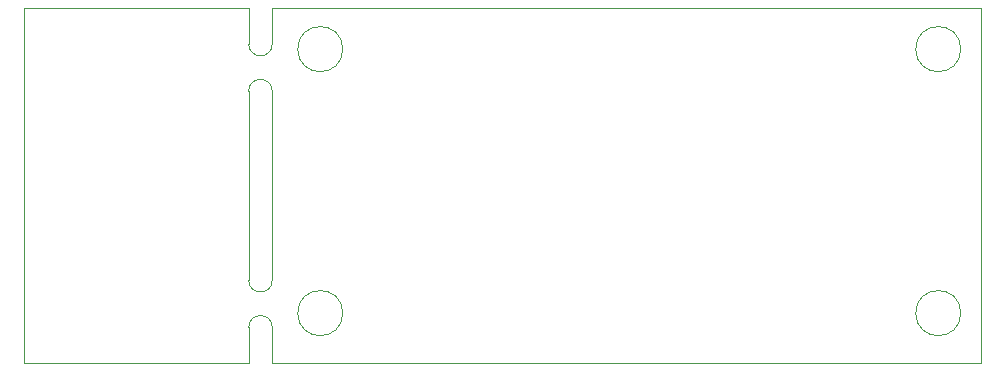
<source format=gbr>
G04 #@! TF.GenerationSoftware,KiCad,Pcbnew,9.0.1*
G04 #@! TF.CreationDate,2025-06-13T20:53:16+02:00*
G04 #@! TF.ProjectId,Hue_Ambience_clone,4875655f-416d-4626-9965-6e63655f636c,rev?*
G04 #@! TF.SameCoordinates,Original*
G04 #@! TF.FileFunction,Profile,NP*
%FSLAX46Y46*%
G04 Gerber Fmt 4.6, Leading zero omitted, Abs format (unit mm)*
G04 Created by KiCad (PCBNEW 9.0.1) date 2025-06-13 20:53:16*
%MOMM*%
%LPD*%
G01*
G04 APERTURE LIST*
G04 #@! TA.AperFunction,Profile*
%ADD10C,0.050000*%
G04 #@! TD*
G04 APERTURE END LIST*
D10*
X109000000Y-103000000D02*
X109000000Y-87000000D01*
X109000000Y-110000000D02*
X109000000Y-107000000D01*
X111000000Y-107000000D02*
X111000000Y-110000000D01*
X111000000Y-87000000D02*
X111000000Y-103000000D01*
X111000000Y-83000000D02*
X111000000Y-80000000D01*
X109000000Y-80000000D02*
X109000000Y-83000000D01*
X111000000Y-83000000D02*
G75*
G02*
X109000000Y-83000000I-1000000J0D01*
G01*
X109000000Y-87000000D02*
G75*
G02*
X111000000Y-87000000I1000000J0D01*
G01*
X111000000Y-103000000D02*
G75*
G02*
X109000000Y-103000000I-1000000J0D01*
G01*
X109000000Y-107000000D02*
G75*
G02*
X111000000Y-107000000I1000000J0D01*
G01*
X90000000Y-80000000D02*
X109000000Y-80000000D01*
X90000000Y-110000000D02*
X90000000Y-80000000D01*
X109000000Y-110000000D02*
X90000000Y-110000000D01*
X171000000Y-110000000D02*
X171000000Y-80000000D01*
X111000000Y-110000000D02*
X171000000Y-110000000D01*
X171000000Y-80000000D02*
X111000000Y-80000000D01*
X169295229Y-83439000D02*
G75*
G02*
X165476771Y-83439000I-1909229J0D01*
G01*
X165476771Y-83439000D02*
G75*
G02*
X169295229Y-83439000I1909229J0D01*
G01*
X169295229Y-105791000D02*
G75*
G02*
X165476771Y-105791000I-1909229J0D01*
G01*
X165476771Y-105791000D02*
G75*
G02*
X169295229Y-105791000I1909229J0D01*
G01*
X116971229Y-105791000D02*
G75*
G02*
X113152771Y-105791000I-1909229J0D01*
G01*
X113152771Y-105791000D02*
G75*
G02*
X116971229Y-105791000I1909229J0D01*
G01*
X116971229Y-83439000D02*
G75*
G02*
X113152771Y-83439000I-1909229J0D01*
G01*
X113152771Y-83439000D02*
G75*
G02*
X116971229Y-83439000I1909229J0D01*
G01*
M02*

</source>
